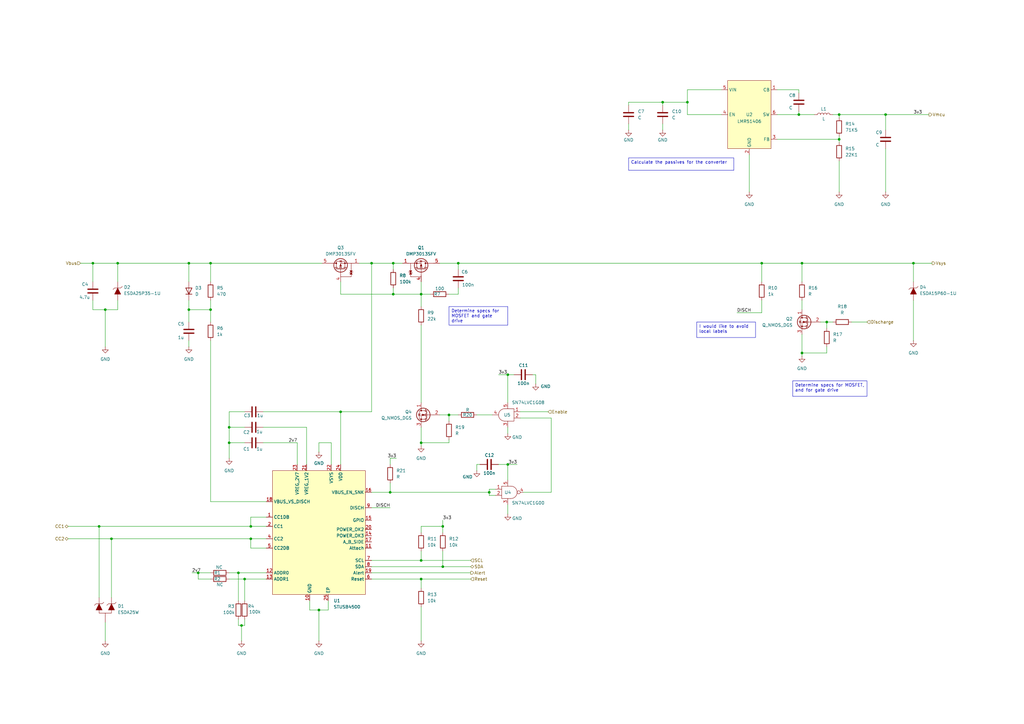
<source format=kicad_sch>
(kicad_sch (version 20231120) (generator "eeschema") (generator_version "8.0")
  (paper "A3")
  (lib_symbols
    (symbol "Device:C" (pin_numbers hide) (pin_names (offset 0.254))
      (property "Reference" "C" (at 0.635 2.54 0))
      (property "Value" "C" (at 0.635 -2.54 0))
      (symbol "C_0_1"
        (polyline (pts (xy -2.032 -0.762) (xy 2.032 -0.762)) (stroke (width 0.508)))
        (polyline (pts (xy -2.032 0.762) (xy 2.032 0.762)) (stroke (width 0.508)))
      )
      (symbol "C_1_1"
        (pin passive line (at 0 3.81 270) (length 2.794) (name "~") (number "1"))
        (pin passive line (at 0 -3.81 90) (length 2.794) (name "~") (number "2"))
      )
    )
    (symbol "Device:D" (pin_numbers hide) (pin_names (offset 1.016) hide)
      (property "Reference" "D" (at 0 2.54 0))
      (property "Value" "D" (at 0 -2.54 0))
      (symbol "D_0_1"
        (polyline (pts (xy -1.27 1.27) (xy -1.27 -1.27)) (stroke (width 0.254)))
        (polyline (pts (xy 1.27 0) (xy -1.27 0)))
        (polyline (pts (xy 1.27 1.27) (xy 1.27 -1.27) (xy -1.27 0) (xy 1.27 1.27)) (stroke (width 0.254)))
      )
      (symbol "D_1_1"
        (pin passive line (at -3.81 0 0) (length 2.54) (name "K") (number "1"))
        (pin passive line (at 3.81 0 180) (length 2.54) (name "A") (number "2"))
      )
    )
    (symbol "Device:L" (pin_numbers hide) (pin_names (offset 1.016) hide)
      (property "Reference" "L" (at -1.27 0 90))
      (property "Value" "L" (at 1.905 0 90))
      (symbol "L_0_1"
        (arc (start 0 -2.54) (mid 0.6323 -1.905) (end 0 -1.27))
        (arc (start 0 -1.27) (mid 0.6323 -0.635) (end 0 0))
        (arc (start 0 0) (mid 0.6323 0.635) (end 0 1.27))
        (arc (start 0 1.27) (mid 0.6323 1.905) (end 0 2.54))
      )
      (symbol "L_1_1"
        (pin passive line (at 0 3.81 270) (length 1.27) (name "1") (number "1"))
        (pin passive line (at 0 -3.81 90) (length 1.27) (name "2") (number "2"))
      )
    )
    (symbol "Device:Q_NMOS_DGS" (pin_names (offset 0) hide)
      (property "Reference" "Q" (at 5.08 1.27 0))
      (property "Value" "Q_NMOS_DGS" (at 5.08 -1.27 0))
      (symbol "Q_NMOS_DGS_0_1"
        (polyline (pts (xy 0.254 0) (xy -2.54 0)))
        (polyline (pts (xy 0.254 1.905) (xy 0.254 -1.905)) (stroke (width 0.254)))
        (polyline (pts (xy 0.762 -1.27) (xy 0.762 -2.286)) (stroke (width 0.254)))
        (polyline (pts (xy 0.762 0.508) (xy 0.762 -0.508)) (stroke (width 0.254)))
        (polyline (pts (xy 0.762 2.286) (xy 0.762 1.27)) (stroke (width 0.254)))
        (polyline (pts (xy 2.54 2.54) (xy 2.54 1.778)))
        (polyline (pts (xy 2.54 -2.54) (xy 2.54 0) (xy 0.762 0)))
        (polyline (pts (xy 0.762 -1.778) (xy 3.302 -1.778) (xy 3.302 1.778) (xy 0.762 1.778)))
        (polyline (pts (xy 1.016 0) (xy 2.032 0.381) (xy 2.032 -0.381) (xy 1.016 0)) (fill (type outline)))
        (polyline (pts (xy 2.794 0.508) (xy 2.921 0.381) (xy 3.683 0.381) (xy 3.81 0.254)))
        (polyline (pts (xy 3.302 0.381) (xy 2.921 -0.254) (xy 3.683 -0.254) (xy 3.302 0.381)))
        (circle (center 1.651 0) (radius 2.794) (stroke (width 0.254)))
        (circle (center 2.54 -1.778) (radius 0.254) (fill (type outline)))
        (circle (center 2.54 1.778) (radius 0.254) (fill (type outline)))
      )
      (symbol "Q_NMOS_DGS_1_1"
        (pin passive line (at 2.54 5.08 270) (length 2.54) (name "D") (number "1"))
        (pin input line (at -5.08 0 0) (length 2.54) (name "G") (number "2"))
        (pin passive line (at 2.54 -5.08 90) (length 2.54) (name "S") (number "3"))
      )
    )
    (symbol "Device:R" (pin_numbers hide) (pin_names (offset 0))
      (property "Reference" "R" (at 2.032 0 90))
      (property "Value" "R" (at 0 0 90))
      (symbol "R_0_1"
        (rectangle (start -1.016 -2.54) (end 1.016 2.54) (stroke (width 0.254)))
      )
      (symbol "R_1_1"
        (pin passive line (at 0 3.81 270) (length 1.27) (name "~") (number "1"))
        (pin passive line (at 0 -3.81 90) (length 1.27) (name "~") (number "2"))
      )
    )
    (symbol "Pyllr_74xx:SN74LVC1G00"
      (property "Reference" "U" (at 0 0 0))
      (property "Value" "SN74LVC1G00" (at 8.382 -4.318 0))
      (symbol "SN74LVC1G00_0_1"
        (circle (center -4.445 0) (radius 0.635))
      )
      (symbol "SN74LVC1G00_1_1"
        (arc (start -1.27 2.54) (mid -3.81 0) (end -1.27 -2.54))
        (polyline (pts (xy -1.27 -2.54) (xy 2.54 -2.54) (xy 2.54 2.54) (xy -1.27 2.54)))
        (pin input line (at 5.08 1.27 180) (length 2.54) (name "~") (number "1"))
        (pin input line (at 5.08 -1.27 180) (length 2.54) (name "~") (number "2"))
        (pin power_out line (at 0 -5.08 90) (length 2.54) (name "~") (number "3"))
        (pin output line (at -6.35 0 0) (length 1.27) (name "~") (number "4"))
        (pin power_in line (at 0 5.08 270) (length 2.54) (name "~") (number "5"))
      )
    )
    (symbol "Pyllr_74xx:SN74LVC1G08"
      (property "Reference" "U" (at -0.254 0 0))
      (property "Value" "SN74LVC1G08" (at 8.382 -4.572 0))
      (symbol "SN74LVC1G08_1_1"
        (arc (start -1.27 2.54) (mid -3.81 0) (end -1.27 -2.54))
        (polyline (pts (xy -1.27 -2.54) (xy 2.54 -2.54) (xy 2.54 2.54) (xy -1.27 2.54)))
        (pin input line (at 5.08 1.27 180) (length 2.54) (name "~") (number "1"))
        (pin input line (at 5.08 -1.27 180) (length 2.54) (name "~") (number "2"))
        (pin power_out line (at 0 -5.08 90) (length 2.54) (name "~") (number "3"))
        (pin output line (at -6.35 0 0) (length 2.54) (name "~") (number "4"))
        (pin power_in line (at 0 5.08 270) (length 2.54) (name "~") (number "5"))
      )
    )
    (symbol "Pyllr_Converter_DCDC:LMR51406"
      (property "Reference" "U" (at 0 0 0))
      (property "Value" "LMR51406" (at 0 -2.286 0))
      (symbol "LMR51406_1_1"
        (rectangle (start -8.89 13.97) (end 8.89 -13.97) (fill (type background)))
        (pin passive line (at 11.43 10.16 180) (length 2.54) (name "CB") (number "1"))
        (pin power_out line (at 0 -16.51 90) (length 2.54) (name "GND") (number "2"))
        (pin passive line (at 11.43 -10.16 180) (length 2.54) (name "FB") (number "3"))
        (pin input line (at -11.43 0 0) (length 2.54) (name "EN") (number "4"))
        (pin power_in line (at -11.43 10.16 0) (length 2.54) (name "VIN") (number "5"))
        (pin power_out line (at 11.43 0 180) (length 2.54) (name "SW") (number "6"))
      )
    )
    (symbol "Pyllr_Interface_USB:STUSB4500QTR"
      (property "Reference" "U" (at 0.127 1.905 0))
      (property "Value" "STUSB4500" (at -0.127 -0.381 0))
      (symbol "STUSB4500QTR_1_1"
        (rectangle (start -19.05 25.4) (end 19.05 -25.4) (fill (type background)))
        (pin bidirectional line (at -21.59 6.35 0) (length 2.54) (name "CC1DB") (number "1"))
        (pin power_out line (at -3.81 -27.94 90) (length 2.54) (name "GND") (number "10"))
        (pin output line (at 21.59 -6.35 180) (length 2.54) (name "Attach") (number "11"))
        (pin input line (at -21.59 -16.51 0) (length 2.54) (name "ADDR0") (number "12"))
        (pin input line (at -21.59 -19.05 0) (length 2.54) (name "ADDR1") (number "13"))
        (pin output line (at 21.59 -1.27 180) (length 2.54) (name "POWER_OK3") (number "14"))
        (pin output line (at 21.59 5.08 180) (length 2.54) (name "GPIO") (number "15"))
        (pin open_collector line (at 21.59 16.51 180) (length 2.54) (name "VBUS_EN_SNK") (number "16"))
        (pin output line (at 21.59 -3.81 180) (length 2.54) (name "A_B_SIDE") (number "17"))
        (pin open_collector line (at -21.59 12.7 0) (length 2.54) (name "VBUS_VS_DISCH") (number "18"))
        (pin output line (at 21.59 -16.51 180) (length 2.54) (name "Alert") (number "19"))
        (pin bidirectional line (at -21.59 2.54 0) (length 2.54) (name "CC1") (number "2"))
        (pin output line (at 21.59 1.27 180) (length 2.54) (name "POWER_OK2") (number "20"))
        (pin power_out line (at -5.08 27.94 270) (length 2.54) (name "VREG_1V2") (number "21"))
        (pin power_in line (at 5.08 27.94 270) (length 2.54) (name "VSYS") (number "22"))
        (pin power_out line (at -8.89 27.94 270) (length 2.54) (name "VREG_2V7") (number "23"))
        (pin power_in line (at 8.89 27.94 270) (length 2.54) (name "VDD") (number "24"))
        (pin power_out line (at 3.81 -27.94 90) (length 2.54) (name "EP") (number "25"))
        (pin no_connect line (at 0 -27.94 90) (length 2.54) hide (name "NC") (number "3"))
        (pin bidirectional line (at -21.59 -2.54 0) (length 2.54) (name "CC2") (number "4"))
        (pin bidirectional line (at -21.59 -6.35 0) (length 2.54) (name "CC2DB") (number "5"))
        (pin input line (at 21.59 -19.05 180) (length 2.54) (name "Reset") (number "6"))
        (pin input line (at 21.59 -11.43 180) (length 2.54) (name "SCL") (number "7"))
        (pin bidirectional line (at 21.59 -13.97 180) (length 2.54) (name "SDA") (number "8"))
        (pin open_collector line (at 21.59 10.16 180) (length 2.54) (name "DISCH") (number "9"))
      )
    )
    (symbol "Pyllr_Power_Protection:ESDA25W" (pin_numbers hide) (pin_names hide)
      (property "Reference" "D" (at 5.842 -0.127 0))
      (property "Value" "ESDA25W" (at 9.652 -2.286 0))
      (symbol "ESDA25W_0_1"
        (polyline (pts (xy 0 -2.54) (xy 0 -3.81)))
        (polyline (pts (xy 2.54 -1.27) (xy 2.54 -2.54) (xy -2.54 -2.54) (xy -2.54 -1.27)))
      )
      (symbol "ESDA25W_1_1"
        (polyline (pts (xy -2.54 1.27) (xy -3.81 1.27) (xy -4.445 0.635)))
        (polyline (pts (xy -2.54 1.27) (xy -1.27 1.27) (xy -0.635 1.905)))
        (polyline (pts (xy 2.54 1.27) (xy 1.27 1.27) (xy 0.635 0.635)))
        (polyline (pts (xy 2.54 1.27) (xy 3.81 1.27) (xy 4.445 1.905)))
        (polyline (pts (xy -3.81 -1.27) (xy -1.27 -1.27) (xy -2.54 1.27) (xy -3.81 -1.27)) (fill (type outline)))
        (polyline (pts (xy 1.27 -1.27) (xy 3.81 -1.27) (xy 2.54 1.27) (xy 1.27 -1.27)) (fill (type outline)))
        (pin passive line (at 2.54 3.81 270) (length 2.54) (name "~") (number "1"))
        (pin passive line (at -2.54 3.81 270) (length 2.54) (name "~") (number "2"))
        (pin passive line (at 0 -6.35 90) (length 2.54) (name "~") (number "3"))
      )
    )
    (symbol "Pyllr_Power_Protection:ESDAxxPxx-1U" (pin_numbers hide) (pin_names hide)
      (property "Reference" "D" (at 3.683 1.27 0))
      (property "Value" "ESDAxxPxx-1U" (at 10.16 -1.143 0))
      (symbol "ESDAxxPxx-1U_1_1"
        (polyline (pts (xy 0 1.27) (xy -1.27 1.27) (xy -1.905 0.635)))
        (polyline (pts (xy 0 1.27) (xy 1.27 1.27) (xy 1.905 1.905)))
        (polyline (pts (xy -1.27 -1.27) (xy 1.27 -1.27) (xy 0 1.27) (xy -1.27 -1.27)) (fill (type outline)))
        (pin passive line (at 0 3.81 270) (length 2.54) (name "~") (number "1"))
        (pin passive line (at 0 -3.81 90) (length 2.54) (name "~") (number "2"))
      )
    )
    (symbol "Pyllr_Transistor_FET:DMP3013SFV"
      (property "Reference" "Q" (at 3.302 0.508 0))
      (property "Value" "DMP3013SFV" (at 8.89 -1.778 0))
      (symbol "DMP3013SFV_0_1"
        (circle (center -0.889 0) (radius 2.794) (stroke (width 0.254)))
        (circle (center 0 -1.778) (radius 0.254) (fill (type outline)))
        (polyline (pts (xy -2.286 0) (xy -5.08 0)))
        (polyline (pts (xy -2.286 1.905) (xy -2.286 -1.905)) (stroke (width 0.254)))
        (polyline (pts (xy -1.778 -1.27) (xy -1.778 -2.286)) (stroke (width 0.254)))
        (polyline (pts (xy -1.778 0.508) (xy -1.778 -0.508)) (stroke (width 0.254)))
        (polyline (pts (xy -1.778 2.286) (xy -1.778 1.27)) (stroke (width 0.254)))
        (polyline (pts (xy 0 -1.905) (xy 0 -5.08)))
        (polyline (pts (xy 0 2.54) (xy 0 1.778)))
        (polyline (pts (xy 0 5.08) (xy 0 1.905)))
        (polyline (pts (xy 0 -2.54) (xy 0 0) (xy -1.778 0)))
        (polyline (pts (xy -1.778 1.778) (xy 0.762 1.778) (xy 0.762 -1.778) (xy -1.778 -1.778)))
        (polyline (pts (xy -0.254 0) (xy -1.27 0.381) (xy -1.27 -0.381) (xy -0.254 0)) (fill (type outline)))
        (polyline (pts (xy 0.254 -0.508) (xy 0.381 -0.381) (xy 1.143 -0.381) (xy 1.27 -0.254)))
        (polyline (pts (xy 0.762 -0.381) (xy 0.381 0.254) (xy 1.143 0.254) (xy 0.762 -0.381)))
        (circle (center 0 1.778) (radius 0.254) (fill (type outline)))
      )
      (symbol "DMP3013SFV_1_1"
        (polyline (pts (xy -3.048 -4.318) (xy 0 -4.318)))
        (polyline (pts (xy -4.572 -4.318) (xy -5.588 -4.318) (xy -5.588 0)))
        (polyline (pts (xy -3.81 -4.318) (xy -3.81 -4.826) (xy -3.556 -5.08)))
        (polyline (pts (xy -3.81 -4.318) (xy -3.81 -3.81) (xy -4.064 -3.556)))
        (polyline (pts (xy -3.81 -4.318) (xy -4.572 -3.81) (xy -4.572 -4.826) (xy -3.81 -4.318)) (fill (type outline)))
        (polyline (pts (xy -3.81 -4.318) (xy -3.048 -4.826) (xy -3.048 -3.81) (xy -3.81 -4.318)) (fill (type outline)))
        (pin passive line (at 0 -7.62 90) (length 2.54) (name "~") (number "1"))
        (pin passive line (at 0 -7.62 90) (length 2.54) hide (name "~") (number "2"))
        (pin passive line (at 0 -7.62 90) (length 2.54) hide (name "~") (number "3"))
        (pin input line (at -7.62 0 0) (length 2.54) (name "~") (number "4"))
        (pin passive line (at 0 7.62 270) (length 2.54) (name "~") (number "5"))
      )
    )
    (symbol "power:GND" (power) (pin_numbers hide) (pin_names (offset 0) hide)
      (property "Value" "GND" (at 0 -3.81 0))
      (symbol "GND_0_1"
        (polyline (pts (xy 0 0) (xy 0 -1.27) (xy 1.27 -1.27) (xy 0 -2.54) (xy -1.27 -1.27) (xy 0 -1.27)))
      )
      (symbol "GND_1_1"
        (pin power_in line (at 0 0 270) (length 0) (name "~") (number "1"))
      )
    )
  )
  (junction (at 86.36 127))
  (junction (at 208.28 153.67))
  (junction (at 48.26 107.95))
  (junction (at 93.98 181.61))
  (junction (at 187.96 107.95))
  (junction (at 181.61 232.41))
  (junction (at 161.29 107.95))
  (junction (at 327.66 46.99))
  (junction (at 271.78 41.91))
  (junction (at 40.64 215.9))
  (junction (at 152.4 107.95))
  (junction (at 339.09 132.08))
  (junction (at 38.1 107.95))
  (junction (at 100.33 237.49))
  (junction (at 172.72 237.49))
  (junction (at 93.98 175.26))
  (junction (at 139.7 168.91))
  (junction (at 328.93 107.95))
  (junction (at 81.28 234.95))
  (junction (at 328.93 144.78))
  (junction (at 77.47 127))
  (junction (at 130.81 250.19))
  (junction (at 281.94 41.91))
  (junction (at 181.61 215.9))
  (junction (at 172.72 229.87))
  (junction (at 86.36 107.95))
  (junction (at 363.22 46.99))
  (junction (at 344.17 46.99))
  (junction (at 45.72 220.98))
  (junction (at 77.47 107.95))
  (junction (at 344.17 57.15))
  (junction (at 184.15 170.18))
  (junction (at 200.66 201.93))
  (junction (at 312.42 107.95))
  (junction (at 172.72 120.65))
  (junction (at 102.87 220.98))
  (junction (at 160.02 201.93))
  (junction (at 208.28 190.5))
  (junction (at 43.18 127))
  (junction (at 161.29 120.65))
  (junction (at 172.72 181.61))
  (junction (at 99.06 256.54))
  (junction (at 374.65 107.95))
  (junction (at 102.87 215.9))
  (junction (at 97.79 234.95))
  (wire (pts (xy 152.4 237.49) (xy 172.72 237.49)))
  (wire (pts (xy 374.65 123.19) (xy 374.65 139.7)))
  (wire (pts (xy 339.09 132.08) (xy 339.09 134.62)))
  (wire (pts (xy 200.66 203.2) (xy 203.2 203.2)))
  (wire (pts (xy 77.47 107.95) (xy 77.47 115.57)))
  (wire (pts (xy 93.98 168.91) (xy 93.98 175.26)))
  (wire (pts (xy 172.72 120.65) (xy 172.72 125.73)))
  (wire (pts (xy 281.94 41.91) (xy 271.78 41.91)))
  (wire (pts (xy 328.93 107.95) (xy 328.93 115.57)))
  (wire (pts (xy 307.34 63.5) (xy 307.34 78.74)))
  (wire (pts (xy 40.64 215.9) (xy 40.64 245.11)))
  (wire (pts (xy 312.42 107.95) (xy 312.42 115.57)))
  (wire (pts (xy 48.26 107.95) (xy 77.47 107.95)))
  (wire (pts (xy 77.47 127) (xy 86.36 127)))
  (wire (pts (xy 271.78 50.8) (xy 271.78 53.34)))
  (wire (pts (xy 281.94 41.91) (xy 281.94 46.99)))
  (wire (pts (xy 172.72 181.61) (xy 184.15 181.61)))
  (wire (pts (xy 363.22 46.99) (xy 363.22 53.34)))
  (wire (pts (xy 135.89 181.61) (xy 130.81 181.61)))
  (wire (pts (xy 86.36 139.7) (xy 86.36 205.74)))
  (wire (pts (xy 213.36 171.45) (xy 226.06 171.45)))
  (wire (pts (xy 172.72 181.61) (xy 172.72 182.88)))
  (wire (pts (xy 318.77 36.83) (xy 327.66 36.83)))
  (wire (pts (xy 48.26 107.95) (xy 48.26 115.57)))
  (wire (pts (xy 130.81 250.19) (xy 134.62 250.19)))
  (wire (pts (xy 172.72 237.49) (xy 193.04 237.49)))
  (wire (pts (xy 195.58 170.18) (xy 201.93 170.18)))
  (wire (pts (xy 204.47 153.67) (xy 208.28 153.67)))
  (wire (pts (xy 271.78 41.91) (xy 257.81 41.91)))
  (wire (pts (xy 208.28 153.67) (xy 208.28 165.1)))
  (wire (pts (xy 130.81 262.89) (xy 130.81 250.19)))
  (wire (pts (xy 152.4 232.41) (xy 181.61 232.41)))
  (wire (pts (xy 344.17 46.99) (xy 363.22 46.99)))
  (wire (pts (xy 160.02 198.12) (xy 160.02 201.93)))
  (wire (pts (xy 195.58 190.5) (xy 196.85 190.5)))
  (wire (pts (xy 109.22 220.98) (xy 102.87 220.98)))
  (wire (pts (xy 27.94 215.9) (xy 40.64 215.9)))
  (wire (pts (xy 135.89 190.5) (xy 135.89 181.61)))
  (wire (pts (xy 102.87 215.9) (xy 102.87 212.09)))
  (wire (pts (xy 180.34 107.95) (xy 187.96 107.95)))
  (wire (pts (xy 195.58 193.04) (xy 195.58 190.5)))
  (wire (pts (xy 125.73 175.26) (xy 125.73 190.5)))
  (wire (pts (xy 339.09 132.08) (xy 341.63 132.08)))
  (wire (pts (xy 130.81 250.19) (xy 127 250.19)))
  (wire (pts (xy 152.4 107.95) (xy 161.29 107.95)))
  (wire (pts (xy 344.17 46.99) (xy 344.17 48.26)))
  (wire (pts (xy 99.06 256.54) (xy 100.33 256.54)))
  (wire (pts (xy 281.94 46.99) (xy 295.91 46.99)))
  (wire (pts (xy 38.1 127) (xy 43.18 127)))
  (wire (pts (xy 257.81 41.91) (xy 257.81 43.18)))
  (wire (pts (xy 38.1 107.95) (xy 48.26 107.95)))
  (wire (pts (xy 172.72 133.35) (xy 172.72 165.1)))
  (wire (pts (xy 77.47 107.95) (xy 86.36 107.95)))
  (wire (pts (xy 344.17 55.88) (xy 344.17 57.15)))
  (wire (pts (xy 312.42 107.95) (xy 328.93 107.95)))
  (wire (pts (xy 312.42 123.19) (xy 312.42 128.27)))
  (wire (pts (xy 127 250.19) (xy 127 246.38)))
  (wire (pts (xy 336.55 132.08) (xy 339.09 132.08)))
  (wire (pts (xy 187.96 118.11) (xy 187.96 120.65)))
  (wire (pts (xy 38.1 107.95) (xy 38.1 115.57)))
  (wire (pts (xy 93.98 175.26) (xy 93.98 181.61)))
  (wire (pts (xy 184.15 170.18) (xy 187.96 170.18)))
  (wire (pts (xy 130.81 181.61) (xy 130.81 185.42)))
  (wire (pts (xy 200.66 201.93) (xy 200.66 203.2)))
  (wire (pts (xy 81.28 237.49) (xy 86.36 237.49)))
  (wire (pts (xy 152.4 208.28) (xy 160.02 208.28)))
  (wire (pts (xy 328.93 144.78) (xy 328.93 146.05)))
  (wire (pts (xy 134.62 250.19) (xy 134.62 246.38)))
  (wire (pts (xy 226.06 171.45) (xy 226.06 201.93)))
  (wire (pts (xy 100.33 256.54) (xy 100.33 254)))
  (wire (pts (xy 181.61 232.41) (xy 181.61 226.06)))
  (wire (pts (xy 210.82 153.67) (xy 208.28 153.67)))
  (wire (pts (xy 139.7 120.65) (xy 161.29 120.65)))
  (wire (pts (xy 161.29 107.95) (xy 161.29 110.49)))
  (wire (pts (xy 172.72 215.9) (xy 172.72 218.44)))
  (wire (pts (xy 318.77 57.15) (xy 344.17 57.15)))
  (wire (pts (xy 181.61 215.9) (xy 181.61 218.44)))
  (wire (pts (xy 344.17 66.04) (xy 344.17 78.74)))
  (wire (pts (xy 257.81 50.8) (xy 257.81 53.34)))
  (wire (pts (xy 77.47 123.19) (xy 77.47 127)))
  (wire (pts (xy 81.28 234.95) (xy 86.36 234.95)))
  (wire (pts (xy 172.72 175.26) (xy 172.72 181.61)))
  (wire (pts (xy 341.63 46.99) (xy 344.17 46.99)))
  (wire (pts (xy 184.15 180.34) (xy 184.15 181.61)))
  (wire (pts (xy 107.95 168.91) (xy 139.7 168.91)))
  (wire (pts (xy 208.28 190.5) (xy 208.28 196.85)))
  (wire (pts (xy 152.4 168.91) (xy 152.4 107.95)))
  (wire (pts (xy 147.32 107.95) (xy 152.4 107.95)))
  (wire (pts (xy 93.98 237.49) (xy 100.33 237.49)))
  (wire (pts (xy 86.36 127) (xy 86.36 132.08)))
  (wire (pts (xy 102.87 220.98) (xy 102.87 224.79)))
  (wire (pts (xy 172.72 120.65) (xy 172.72 115.57)))
  (wire (pts (xy 86.36 205.74) (xy 109.22 205.74)))
  (wire (pts (xy 187.96 107.95) (xy 312.42 107.95)))
  (wire (pts (xy 187.96 120.65) (xy 184.15 120.65)))
  (wire (pts (xy 152.4 201.93) (xy 160.02 201.93)))
  (wire (pts (xy 328.93 107.95) (xy 374.65 107.95)))
  (wire (pts (xy 97.79 256.54) (xy 99.06 256.54)))
  (wire (pts (xy 97.79 254) (xy 97.79 256.54)))
  (wire (pts (xy 107.95 181.61) (xy 121.92 181.61)))
  (wire (pts (xy 109.22 215.9) (xy 102.87 215.9)))
  (wire (pts (xy 86.36 107.95) (xy 132.08 107.95)))
  (wire (pts (xy 281.94 36.83) (xy 281.94 41.91)))
  (wire (pts (xy 45.72 220.98) (xy 45.72 245.11)))
  (wire (pts (xy 363.22 60.96) (xy 363.22 78.74)))
  (wire (pts (xy 200.66 200.66) (xy 203.2 200.66)))
  (wire (pts (xy 97.79 234.95) (xy 97.79 246.38)))
  (wire (pts (xy 328.93 137.16) (xy 328.93 144.78)))
  (wire (pts (xy 214.63 201.93) (xy 226.06 201.93)))
  (wire (pts (xy 78.74 234.95) (xy 81.28 234.95)))
  (wire (pts (xy 172.72 229.87) (xy 193.04 229.87)))
  (wire (pts (xy 374.65 107.95) (xy 374.65 115.57)))
  (wire (pts (xy 161.29 118.11) (xy 161.29 120.65)))
  (wire (pts (xy 33.02 107.95) (xy 38.1 107.95)))
  (wire (pts (xy 77.47 127) (xy 77.47 132.08)))
  (wire (pts (xy 208.28 190.5) (xy 212.09 190.5)))
  (wire (pts (xy 208.28 175.26) (xy 208.28 177.8)))
  (wire (pts (xy 181.61 232.41) (xy 193.04 232.41)))
  (wire (pts (xy 100.33 237.49) (xy 100.33 246.38)))
  (wire (pts (xy 160.02 187.96) (xy 162.56 187.96)))
  (wire (pts (xy 27.94 220.98) (xy 45.72 220.98)))
  (wire (pts (xy 102.87 212.09) (xy 109.22 212.09)))
  (wire (pts (xy 363.22 46.99) (xy 381 46.99)))
  (wire (pts (xy 97.79 234.95) (xy 109.22 234.95)))
  (wire (pts (xy 139.7 168.91) (xy 152.4 168.91)))
  (wire (pts (xy 339.09 144.78) (xy 328.93 144.78)))
  (wire (pts (xy 77.47 139.7) (xy 77.47 142.24)))
  (wire (pts (xy 102.87 224.79) (xy 109.22 224.79)))
  (wire (pts (xy 374.65 107.95) (xy 382.27 107.95)))
  (wire (pts (xy 204.47 190.5) (xy 208.28 190.5)))
  (wire (pts (xy 327.66 36.83) (xy 327.66 38.1)))
  (wire (pts (xy 181.61 215.9) (xy 172.72 215.9)))
  (wire (pts (xy 81.28 234.95) (xy 81.28 237.49)))
  (wire (pts (xy 218.44 153.67) (xy 219.71 153.67)))
  (wire (pts (xy 181.61 213.36) (xy 181.61 215.9)))
  (wire (pts (xy 318.77 46.99) (xy 327.66 46.99)))
  (wire (pts (xy 328.93 123.19) (xy 328.93 127)))
  (wire (pts (xy 339.09 142.24) (xy 339.09 144.78)))
  (wire (pts (xy 45.72 220.98) (xy 102.87 220.98)))
  (wire (pts (xy 139.7 168.91) (xy 139.7 190.5)))
  (wire (pts (xy 172.72 229.87) (xy 172.72 226.06)))
  (wire (pts (xy 38.1 123.19) (xy 38.1 127)))
  (wire (pts (xy 344.17 57.15) (xy 344.17 58.42)))
  (wire (pts (xy 139.7 120.65) (xy 139.7 115.57)))
  (wire (pts (xy 99.06 256.54) (xy 99.06 262.89)))
  (wire (pts (xy 100.33 181.61) (xy 93.98 181.61)))
  (wire (pts (xy 152.4 234.95) (xy 193.04 234.95)))
  (wire (pts (xy 172.72 237.49) (xy 172.72 241.3)))
  (wire (pts (xy 187.96 107.95) (xy 187.96 110.49)))
  (wire (pts (xy 86.36 123.19) (xy 86.36 127)))
  (wire (pts (xy 160.02 190.5) (xy 160.02 187.96)))
  (wire (pts (xy 43.18 127) (xy 43.18 142.24)))
  (wire (pts (xy 161.29 120.65) (xy 172.72 120.65)))
  (wire (pts (xy 40.64 215.9) (xy 102.87 215.9)))
  (wire (pts (xy 200.66 200.66) (xy 200.66 201.93)))
  (wire (pts (xy 213.36 168.91) (xy 224.79 168.91)))
  (wire (pts (xy 100.33 168.91) (xy 93.98 168.91)))
  (wire (pts (xy 43.18 255.27) (xy 43.18 262.89)))
  (wire (pts (xy 93.98 181.61) (xy 93.98 187.96)))
  (wire (pts (xy 327.66 45.72) (xy 327.66 46.99)))
  (wire (pts (xy 93.98 234.95) (xy 97.79 234.95)))
  (wire (pts (xy 219.71 153.67) (xy 219.71 157.48)))
  (wire (pts (xy 172.72 248.92) (xy 172.72 262.89)))
  (wire (pts (xy 48.26 123.19) (xy 48.26 127)))
  (wire (pts (xy 86.36 107.95) (xy 86.36 115.57)))
  (wire (pts (xy 152.4 229.87) (xy 172.72 229.87)))
  (wire (pts (xy 208.28 207.01) (xy 208.28 210.82)))
  (wire (pts (xy 100.33 237.49) (xy 109.22 237.49)))
  (wire (pts (xy 271.78 41.91) (xy 271.78 43.18)))
  (wire (pts (xy 161.29 107.95) (xy 165.1 107.95)))
  (wire (pts (xy 302.26 128.27) (xy 312.42 128.27)))
  (wire (pts (xy 184.15 170.18) (xy 184.15 172.72)))
  (wire (pts (xy 180.34 170.18) (xy 184.15 170.18)))
  (wire (pts (xy 43.18 127) (xy 48.26 127)))
  (wire (pts (xy 281.94 36.83) (xy 295.91 36.83)))
  (wire (pts (xy 172.72 120.65) (xy 176.53 120.65)))
  (wire (pts (xy 349.25 132.08) (xy 355.6 132.08)))
  (wire (pts (xy 327.66 46.99) (xy 334.01 46.99)))
  (wire (pts (xy 121.92 181.61) (xy 121.92 190.5)))
  (wire (pts (xy 160.02 201.93) (xy 200.66 201.93)))
  (wire (pts (xy 107.95 175.26) (xy 125.73 175.26)))
  (wire (pts (xy 100.33 175.26) (xy 93.98 175.26)))
  (text_box "Determine specs for MOSFET, and for gate drive" (at 325.12 156.21 0) (size 30.48 6.35) (effects (font (size 1.27 1.27)) (justify left top)))
  (text_box "Calculate the passives for the converter" (at 257.81 64.77 0) (size 43.18 5.08) (effects (font (size 1.27 1.27)) (justify left top)))
  (text_box "I would like to avoid local labels" (at 285.75 132.08 0) (size 24.13 6.35) (effects (font (size 1.27 1.27)) (justify left top)))
  (text_box "Determine specs for MOSFET and gate drive" (at 184.15 125.73 0) (size 24.13 7.62) (effects (font (size 1.27 1.27)) (justify left top)))
  (label "3v3" (at 204.47 153.67 0))
  (label "3v3" (at 212.09 190.5 180))
  (label "3v3" (at 162.56 187.96 180))
  (label "2v7" (at 78.74 234.95 0))
  (label "3v3" (at 374.65 46.99 0))
  (label "DISCH" (at 302.26 128.27 0))
  (label "2v7" (at 121.92 181.61 180))
  (label "3v3" (at 181.61 213.36 0))
  (label "DISCH" (at 160.02 208.28 180))
  (hierarchical_label "SCL" (shape input) (at 193.04 229.87 0))
  (hierarchical_label "CC2" (shape bidirectional) (at 27.94 220.98 180))
  (hierarchical_label "CC1" (shape bidirectional) (at 27.94 215.9 180))
  (hierarchical_label "Vsys" (shape output) (at 382.27 107.95 0))
  (hierarchical_label "Vmcu" (shape output) (at 381 46.99 0))
  (hierarchical_label "Alert" (shape output) (at 193.04 234.95 0))
  (hierarchical_label "SDA" (shape bidirectional) (at 193.04 232.41 0))
  (hierarchical_label "Enable" (shape input) (at 224.79 168.91 0))
  (hierarchical_label "Vbus" (shape input) (at 33.02 107.95 180))
  (hierarchical_label "Discharge" (shape input) (at 355.6 132.08 0))
  (hierarchical_label "Reset" (shape input) (at 193.04 237.49 0))
  (symbol (lib_id "Device:C") (at 200.66 190.5 90) (unit 1)
    (property "Reference" "C12" (at 202.6919 186.69 90) (effects (justify left)))
    (property "Value" "100n" (at 203.1999 194.056 90) (effects (justify left)))
    (property "Description" "Unpolarized capacitor" (effects (hide yes)))
  )
  (symbol (lib_id "Device:R") (at 344.17 52.07 0) (unit 1)
    (property "Reference" "R14" (at 346.71 50.7999 0) (effects (justify left)))
    (property "Value" "71K5" (at 346.71 53.3399 0) (effects (justify left)))
    (property "Description" "Resistor" (effects (hide yes)))
  )
  (symbol (lib_id "power:GND") (at 43.18 142.24 0) (unit 1)
    (property "Reference" "#PWR08" (effects (hide yes)))
    (property "Value" "GND" (at 43.18 147.32 0))
    (property "Description" "Power symbol creates a global label with name \"GND\" , ground" (effects (hide yes)))
  )
  (symbol (lib_id "Device:C") (at 77.47 135.89 0) (unit 1)
    (property "Reference" "C5" (at 72.898 132.8419 0) (effects (justify left)))
    (property "Value" "1u" (at 72.898 138.4299 0) (effects (justify left)))
    (property "Description" "Unpolarized capacitor" (effects (hide yes)))
  )
  (symbol (lib_id "Device:R") (at 328.93 119.38 0) (unit 1)
    (property "Reference" "R16" (at 331.47 118.1099 0) (effects (justify left)))
    (property "Value" "R" (at 331.47 120.6499 0) (effects (justify left)))
    (property "Description" "Resistor" (effects (hide yes)))
  )
  (symbol (lib_id "Pyllr_Power_Protection:ESDAxxPxx-1U") (at 374.65 119.38 0) (unit 1)
    (property "Reference" "D4" (at 377.19 117.7924 0) (effects (justify left)))
    (property "Value" "ESDA15P60-1U" (at 377.19 120.3324 0) (effects (justify left)))
    (property "Footprint" "Pyllr_Package_DFN_QFN:QFN-2L" (effects (hide yes)))
    (property "Datasheet" "https://www.st.com/resource/en/datasheet/esda7p60-1u1m.pdf" (effects (hide yes)))
  )
  (symbol (lib_id "Device:C") (at 363.22 57.15 0) (unit 1)
    (property "Reference" "C9" (at 359.156 54.3559 0) (effects (justify left)))
    (property "Value" "C" (at 359.156 59.4359 0) (effects (justify left)))
    (property "Description" "Unpolarized capacitor" (effects (hide yes)))
  )
  (symbol (lib_id "Device:C") (at 327.66 41.91 0) (unit 1)
    (property "Reference" "C8" (at 323.596 39.1159 0) (effects (justify left)))
    (property "Value" "C" (at 323.596 44.1959 0) (effects (justify left)))
    (property "Description" "Unpolarized capacitor" (effects (hide yes)))
  )
  (symbol (lib_id "power:GND") (at 344.17 78.74 0) (unit 1)
    (property "Reference" "#PWR014" (effects (hide yes)))
    (property "Value" "GND" (at 344.17 83.82 0))
    (property "Description" "Power symbol creates a global label with name \"GND\" , ground" (effects (hide yes)))
  )
  (symbol (lib_id "power:GND") (at 208.28 177.8 0) (unit 1)
    (property "Reference" "#PWR016" (effects (hide yes)))
    (property "Value" "GND" (at 212.09 179.324 0))
    (property "Description" "Power symbol creates a global label with name \"GND\" , ground" (effects (hide yes)))
  )
  (symbol (lib_id "Device:C") (at 214.63 153.67 90) (unit 1)
    (property "Reference" "C11" (at 216.6619 149.86 90) (effects (justify left)))
    (property "Value" "100n" (at 217.1699 157.226 90) (effects (justify left)))
    (property "Description" "Unpolarized capacitor" (effects (hide yes)))
  )
  (symbol (lib_id "Device:R") (at 86.36 119.38 0) (unit 1)
    (property "Reference" "R5" (at 88.9 118.1099 0) (effects (justify left)))
    (property "Value" "470" (at 88.9 120.6499 0) (effects (justify left)))
    (property "Description" "Resistor" (effects (hide yes)))
  )
  (symbol (lib_id "Device:C") (at 187.96 114.3 180) (unit 1)
    (property "Reference" "C6" (at 189.23 111.5059 0) (effects (justify right)))
    (property "Value" "100n" (at 189.484 116.8399 0) (effects (justify right)))
    (property "Description" "Unpolarized capacitor" (effects (hide yes)))
  )
  (symbol (lib_id "Pyllr_Interface_USB:STUSB4500QTR") (at 130.81 218.44 0) (unit 1)
    (property "Reference" "U1" (at 136.8141 246.38 0) (effects (justify left)))
    (property "Value" "STUSB4500" (at 136.8141 248.92 0) (effects (justify left)))
    (property "Footprint" "Pyllr_Package_DFN_QFN:QFN-24_1EP_3.95x3.95mm_P0.5mm_2.55x2.55mm" (effects (hide yes)))
    (property "Datasheet" "https://www.st.com/resource/en/datasheet/stusb4500.pdf" (effects (hide yes)))
  )
  (symbol (lib_id "Pyllr_Transistor_FET:DMP3013SFV") (at 139.7 107.95 90) (unit 1)
    (property "Reference" "Q3" (at 139.7 101.6 90))
    (property "Value" "DMP3013SFV" (at 139.7 104.14 90))
    (property "Footprint" "Pyllr_Package_SON:PowerDI3333-8-UX" (effects (hide yes)))
    (property "Datasheet" "https://nl.mouser.com/datasheet/2/115/DIOD_S_A0008513542_1-2543083.pdf" (effects (hide yes)))
  )
  (symbol (lib_id "power:GND") (at 195.58 193.04 0) (unit 1)
    (property "Reference" "#PWR019" (effects (hide yes)))
    (property "Value" "GND" (at 191.77 195.58 0))
    (property "Description" "Power symbol creates a global label with name \"GND\" , ground" (effects (hide yes)))
  )
  (symbol (lib_id "Pyllr_Converter_DCDC:LMR51406") (at 307.34 46.99 0) (unit 1)
    (property "Reference" "U2" (at 307.34 46.99 0))
    (property "Value" "LMR51406" (at 307.34 49.784 0))
    (property "Footprint" "Pyllr_Package_TO_SOT_SMD:SOT23-6_2.6W" (effects (hide yes)))
    (property "Datasheet" "https://www.ti.com/lit/ds/symlink/lmr51410.pdf?ts=1733317184428&ref_url=https%253A%252F%252Fwww.ti.com%252Fproduct%252FLMR51410" (effects (hide yes)))
  )
  (symbol (lib_id "Device:C") (at 271.78 46.99 0) (unit 1)
    (property "Reference" "C10" (at 275.59 45.7199 0) (effects (justify left)))
    (property "Value" "C" (at 275.59 48.2599 0) (effects (justify left)))
    (property "Description" "Unpolarized capacitor" (effects (hide yes)))
  )
  (symbol (lib_id "Device:C") (at 104.14 168.91 270) (unit 1)
    (property "Reference" "C3" (at 101.346 170.434 90))
    (property "Value" "1u" (at 106.68 170.434 90))
    (property "Description" "Unpolarized capacitor" (effects (hide yes)))
  )
  (symbol (lib_id "Device:D") (at 77.47 119.38 90) (unit 1)
    (property "Reference" "D3" (at 80.01 118.1099 90) (effects (justify right)))
    (property "Value" "D" (at 80.01 120.6499 90) (effects (justify right)))
    (property "Description" "Diode" (effects (hide yes)))
    (property "Sim.Device" "D" (effects (hide yes)))
    (property "Sim.Pins" "1=K 2=A" (effects (hide yes)))
  )
  (symbol (lib_id "Device:R") (at 172.72 222.25 0) (unit 1)
    (property "Reference" "R11" (at 175.26 220.9799 0) (effects (justify left)))
    (property "Value" "10k" (at 175.26 223.5199 0) (effects (justify left)))
    (property "Description" "Resistor" (effects (hide yes)))
  )
  (symbol (lib_id "Device:R") (at 345.44 132.08 90) (unit 1)
    (property "Reference" "R18" (at 345.44 125.73 90))
    (property "Value" "R" (at 345.44 128.27 90))
    (property "Description" "Resistor" (effects (hide yes)))
  )
  (symbol (lib_id "Device:Q_NMOS_DGS") (at 331.47 132.08 0) (mirror y) (unit 1)
    (property "Reference" "Q2" (at 325.12 130.8099 0) (effects (justify left)))
    (property "Value" "Q_NMOS_DGS" (at 325.12 133.3499 0) (effects (justify left)))
    (property "Description" "N-MOSFET transistor, drain/gate/source" (effects (hide yes)))
  )
  (symbol (lib_id "Device:R") (at 181.61 222.25 0) (unit 1)
    (property "Reference" "R12" (at 184.15 220.9799 0) (effects (justify left)))
    (property "Value" "10k" (at 184.15 223.5199 0) (effects (justify left)))
    (property "Description" "Resistor" (effects (hide yes)))
  )
  (symbol (lib_id "power:GND") (at 328.93 146.05 0) (unit 1)
    (property "Reference" "#PWR06" (effects (hide yes)))
    (property "Value" "GND" (at 328.93 151.13 0))
    (property "Description" "Power symbol creates a global label with name \"GND\" , ground" (effects (hide yes)))
  )
  (symbol (lib_id "Device:C") (at 104.14 175.26 270) (unit 1)
    (property "Reference" "C2" (at 101.092 177.292 90))
    (property "Value" "1u" (at 106.426 177.038 90))
    (property "Description" "Unpolarized capacitor" (effects (hide yes)))
  )
  (symbol (lib_id "power:GND") (at 172.72 182.88 0) (unit 1)
    (property "Reference" "#PWR015" (effects (hide yes)))
    (property "Value" "GND" (at 172.72 187.96 0))
    (property "Description" "Power symbol creates a global label with name \"GND\" , ground" (effects (hide yes)))
  )
  (symbol (lib_id "power:GND") (at 93.98 187.96 0) (unit 1)
    (property "Reference" "#PWR05" (effects (hide yes)))
    (property "Value" "GND" (at 93.98 193.04 0))
    (property "Description" "Power symbol creates a global label with name \"GND\" , ground" (effects (hide yes)))
  )
  (symbol (lib_id "Device:R") (at 90.17 237.49 90) (unit 1)
    (property "Reference" "R2" (at 89.154 237.49 90))
    (property "Value" "NC" (at 90.17 239.776 90))
    (property "Description" "Resistor" (effects (hide yes)))
  )
  (symbol (lib_id "Device:R") (at 97.79 250.19 180) (unit 1)
    (property "Reference" "R3" (at 93.472 248.6659 0) (effects (justify right)))
    (property "Value" "100k" (at 91.44 251.2059 0) (effects (justify right)))
    (property "Description" "Resistor" (effects (hide yes)))
  )
  (symbol (lib_id "power:GND") (at 172.72 262.89 0) (unit 1)
    (property "Reference" "#PWR011" (effects (hide yes)))
    (property "Value" "GND" (at 172.72 267.97 0))
    (property "Description" "Power symbol creates a global label with name \"GND\" , ground" (effects (hide yes)))
  )
  (symbol (lib_id "power:GND") (at 77.47 142.24 0) (unit 1)
    (property "Reference" "#PWR09" (effects (hide yes)))
    (property "Value" "GND" (at 77.47 147.32 0))
    (property "Description" "Power symbol creates a global label with name \"GND\" , ground" (effects (hide yes)))
  )
  (symbol (lib_id "Device:R") (at 184.15 176.53 0) (unit 1)
    (property "Reference" "R19" (at 186.69 175.2599 0) (effects (justify left)))
    (property "Value" "R" (at 186.69 177.7999 0) (effects (justify left)))
    (property "Description" "Resistor" (effects (hide yes)))
  )
  (symbol (lib_id "power:GND") (at 43.18 262.89 0) (unit 1)
    (property "Reference" "#PWR02" (effects (hide yes)))
    (property "Value" "GND" (at 43.18 267.97 0))
    (property "Description" "Power symbol creates a global label with name \"GND\" , ground" (effects (hide yes)))
  )
  (symbol (lib_id "Device:R") (at 344.17 62.23 0) (unit 1)
    (property "Reference" "R15" (at 346.71 60.9599 0) (effects (justify left)))
    (property "Value" "22K1" (at 346.71 63.4999 0) (effects (justify left)))
    (property "Description" "Resistor" (effects (hide yes)))
  )
  (symbol (lib_id "Device:R") (at 172.72 129.54 180) (unit 1)
    (property "Reference" "R9" (at 175.26 128.2699 0) (effects (justify right)))
    (property "Value" "22k" (at 175.26 130.8099 0) (effects (justify right)))
    (property "Description" "Resistor" (effects (hide yes)))
  )
  (symbol (lib_id "Device:R") (at 191.77 170.18 90) (unit 1)
    (property "Reference" "R20" (at 191.77 170.18 90))
    (property "Value" "R" (at 191.77 168.148 90))
    (property "Description" "Resistor" (effects (hide yes)))
  )
  (symbol (lib_id "Device:Q_NMOS_DGS") (at 175.26 170.18 0) (mirror y) (unit 1)
    (property "Reference" "Q4" (at 168.91 168.9099 0) (effects (justify left)))
    (property "Value" "Q_NMOS_DGS" (at 168.91 171.4499 0) (effects (justify left)))
    (property "Description" "N-MOSFET transistor, drain/gate/source" (effects (hide yes)))
  )
  (symbol (lib_id "Pyllr_Transistor_FET:DMP3013SFV") (at 172.72 107.95 270) (mirror x) (unit 1)
    (property "Reference" "Q1" (at 172.72 101.6 90))
    (property "Value" "DMP3013SFV" (at 172.72 104.14 90))
    (property "Footprint" "Pyllr_Package_SON:PowerDI3333-8-UX" (effects (hide yes)))
    (property "Datasheet" "https://nl.mouser.com/datasheet/2/115/DIOD_S_A0008513542_1-2543083.pdf" (effects (hide yes)))
  )
  (symbol (lib_id "Device:C") (at 257.81 46.99 0) (unit 1)
    (property "Reference" "C7" (at 261.62 45.7199 0) (effects (justify left)))
    (property "Value" "C" (at 261.62 48.2599 0) (effects (justify left)))
    (property "Description" "Unpolarized capacitor" (effects (hide yes)))
  )
  (symbol (lib_id "power:GND") (at 271.78 53.34 0) (unit 1)
    (property "Reference" "#PWR020" (effects (hide yes)))
    (property "Value" "GND" (at 271.78 57.404 0))
    (property "Description" "Power symbol creates a global label with name \"GND\" , ground" (effects (hide yes)))
  )
  (symbol (lib_id "power:GND") (at 99.06 262.89 0) (unit 1)
    (property "Reference" "#PWR03" (effects (hide yes)))
    (property "Value" "GND" (at 99.06 267.97 0))
    (property "Description" "Power symbol creates a global label with name \"GND\" , ground" (effects (hide yes)))
  )
  (symbol (lib_id "Pyllr_74xx:SN74LVC1G00") (at 208.28 201.93 0) (mirror y) (unit 1)
    (property "Reference" "U4" (at 208.28 201.9614 0))
    (property "Value" "SN74LVC1G00" (at 216.662 206.2794 0))
    (property "Footprint" "Pyllr_Package_TO_SOT_SMD:SOT23-5_2.6W" (effects (hide yes)))
    (property "Datasheet" "https://www.ti.com/lit/ds/symlink/sn74lvc1g00.pdf?ts=1733435991147&ref_url=https%253A%252F%252Fwww.ti.com%252Flogic-voltage-translation%252Flogic-gates%252Fnand-gates%252Fproducts.html" (effects (hide yes)))
  )
  (symbol (lib_id "Device:C") (at 104.14 181.61 270) (unit 1)
    (property "Reference" "C1" (at 101.092 184.15 90))
    (property "Value" "1u" (at 106.426 184.15 90))
    (property "Description" "Unpolarized capacitor" (effects (hide yes)))
  )
  (symbol (lib_id "Pyllr_Power_Protection:ESDAxxPxx-1U") (at 48.26 119.38 0) (unit 1)
    (property "Reference" "D2" (at 50.8 117.7924 0) (effects (justify left)))
    (property "Value" "ESDA25P35-1U" (at 50.8 120.3324 0) (effects (justify left)))
    (property "Footprint" "Pyllr_Package_DFN_QFN:QFN-2L" (effects (hide yes)))
    (property "Datasheet" "https://www.st.com/resource/en/datasheet/esda7p60-1u1m.pdf" (effects (hide yes)))
  )
  (symbol (lib_id "power:GND") (at 130.81 262.89 0) (unit 1)
    (property "Reference" "#PWR04" (effects (hide yes)))
    (property "Value" "GND" (at 130.81 267.97 0))
    (property "Description" "Power symbol creates a global label with name \"GND\" , ground" (effects (hide yes)))
  )
  (symbol (lib_id "power:GND") (at 374.65 139.7 0) (unit 1)
    (property "Reference" "#PWR010" (effects (hide yes)))
    (property "Value" "GND" (at 374.65 144.78 0))
    (property "Description" "Power symbol creates a global label with name \"GND\" , ground" (effects (hide yes)))
  )
  (symbol (lib_id "Pyllr_Power_Protection:ESDA25W") (at 43.18 248.92 0) (unit 1)
    (property "Reference" "D1" (at 48.26 248.6024 0) (effects (justify left)))
    (property "Value" "ESDA25W" (at 48.26 251.1424 0) (effects (justify left)))
    (property "Footprint" "Pyllr_Package_TO_SOT_SMD:SOT323-3L" (effects (hide yes)))
    (property "Datasheet" "https://www.st.com/resource/en/datasheet/esdaxxxwx.pdf" (effects (hide yes)))
  )
  (symbol (lib_id "power:GND") (at 363.22 78.74 0) (unit 1)
    (property "Reference" "#PWR013" (effects (hide yes)))
    (property "Value" "GND" (at 363.22 83.82 0))
    (property "Description" "Power symbol creates a global label with name \"GND\" , ground" (effects (hide yes)))
  )
  (symbol (lib_id "power:GND") (at 219.71 157.48 0) (unit 1)
    (property "Reference" "#PWR018" (effects (hide yes)))
    (property "Value" "GND" (at 223.774 158.496 0))
    (property "Description" "Power symbol creates a global label with name \"GND\" , ground" (effects (hide yes)))
  )
  (symbol (lib_id "Device:R") (at 339.09 138.43 0) (unit 1)
    (property "Reference" "R17" (at 341.63 137.1599 0) (effects (justify left)))
    (property "Value" "R" (at 341.63 139.6999 0) (effects (justify left)))
    (property "Description" "Resistor" (effects (hide yes)))
  )
  (symbol (lib_id "power:GND") (at 208.28 210.82 0) (unit 1)
    (property "Reference" "#PWR017" (effects (hide yes)))
    (property "Value" "GND" (at 212.09 212.598 0))
    (property "Description" "Power symbol creates a global label with name \"GND\" , ground" (effects (hide yes)))
  )
  (symbol (lib_id "power:GND") (at 130.81 185.42 0) (unit 1)
    (property "Reference" "#PWR07" (effects (hide yes)))
    (property "Value" "GND" (at 130.81 189.992 0))
    (property "Description" "Power symbol creates a global label with name \"GND\" , ground" (effects (hide yes)))
  )
  (symbol (lib_id "Device:R") (at 86.36 135.89 0) (unit 1)
    (property "Reference" "R6" (at 88.9 134.6199 0) (effects (justify left)))
    (property "Value" "1k" (at 88.9 137.1599 0) (effects (justify left)))
    (property "Description" "Resistor" (effects (hide yes)))
  )
  (symbol (lib_id "Device:L") (at 337.82 46.99 90) (unit 1)
    (property "Reference" "L1" (at 337.82 44.704 90))
    (property "Value" "L" (at 337.82 48.768 90))
    (property "Description" "Inductor" (effects (hide yes)))
  )
  (symbol (lib_id "Device:R") (at 161.29 114.3 180) (unit 1)
    (property "Reference" "R8" (at 163.83 113.0299 0) (effects (justify right)))
    (property "Value" "100k" (at 163.83 115.5699 0) (effects (justify right)))
    (property "Description" "Resistor" (effects (hide yes)))
  )
  (symbol (lib_id "Device:R") (at 180.34 120.65 90) (unit 1)
    (property "Reference" "R7" (at 179.324 120.65 90))
    (property "Value" "100" (at 180.34 118.364 90))
    (property "Description" "Resistor" (effects (hide yes)))
  )
  (symbol (lib_id "Device:R") (at 160.02 194.31 0) (unit 1)
    (property "Reference" "R21" (at 162.56 193.0399 0) (effects (justify left)))
    (property "Value" "R" (at 162.56 195.5799 0) (effects (justify left)))
    (property "Description" "Resistor" (effects (hide yes)))
  )
  (symbol (lib_id "power:GND") (at 307.34 78.74 0) (unit 1)
    (property "Reference" "#PWR012" (effects (hide yes)))
    (property "Value" "GND" (at 307.34 83.82 0))
    (property "Description" "Power symbol creates a global label with name \"GND\" , ground" (effects (hide yes)))
  )
  (symbol (lib_id "Device:C") (at 38.1 119.38 0) (unit 1)
    (property "Reference" "C4" (at 33.528 116.5859 0) (effects (justify left)))
    (property "Value" "4.7u" (at 32.512 121.9199 0) (effects (justify left)))
    (property "Description" "Unpolarized capacitor" (effects (hide yes)))
  )
  (symbol (lib_id "Device:R") (at 100.33 250.19 180) (unit 1)
    (property "Reference" "R4" (at 101.6 248.6659 0) (effects (justify right)))
    (property "Value" "100k" (at 102.108 250.9519 0) (effects (justify right)))
    (property "Description" "Resistor" (effects (hide yes)))
  )
  (symbol (lib_id "Device:R") (at 172.72 245.11 0) (unit 1)
    (property "Reference" "R13" (at 175.26 243.8399 0) (effects (justify left)))
    (property "Value" "10k" (at 175.26 246.3799 0) (effects (justify left)))
    (property "Description" "Resistor" (effects (hide yes)))
  )
  (symbol (lib_id "power:GND") (at 257.81 53.34 0) (unit 1)
    (property "Reference" "#PWR01" (effects (hide yes)))
    (property "Value" "GND" (at 257.81 57.404 0))
    (property "Description" "Power symbol creates a global label with name \"GND\" , ground" (effects (hide yes)))
  )
  (symbol (lib_id "Pyllr_74xx:SN74LVC1G08") (at 208.28 170.18 0) (unit 1)
    (property "Reference" "U5" (at 206.6291 170.18 0) (effects (justify left)))
    (property "Value" "SN74LVC1G08" (at 209.9311 165.1 0) (effects (justify left)))
    (property "Footprint" "Pyllr_Package_TO_SOT_SMD:SOT23-5_2.6W" (effects (hide yes)))
    (property "Datasheet" "https://www.ti.com/lit/ds/symlink/sn74lvc1g08-q1.pdf?ts=1733395081101&ref_url=https%253A%252F%252Fwww.google.com%252F" (effects (hide yes)))
  )
  (symbol (lib_id "Device:R") (at 312.42 119.38 180) (unit 1)
    (property "Reference" "R10" (at 314.96 118.1099 0) (effects (justify right)))
    (property "Value" "1k" (at 314.96 120.6499 0) (effects (justify right)))
    (property "Description" "Resistor" (effects (hide yes)))
  )
  (symbol (lib_id "Device:R") (at 90.17 234.95 90) (unit 1)
    (property "Reference" "R1" (at 89.154 234.95 90))
    (property "Value" "NC" (at 89.916 232.664 90))
    (property "Description" "Resistor" (effects (hide yes)))
  )
)
</source>
